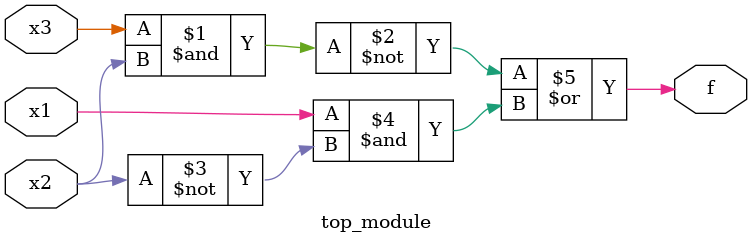
<source format=sv>
module top_module (
    input x3,
    input x2,
    input x1,
    output f
);
    assign f = ~(x3 & x2) | (x1 & ~x2);
endmodule

</source>
